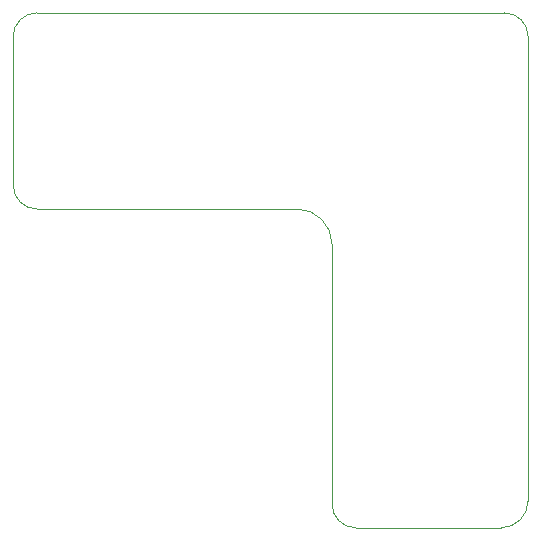
<source format=gbr>
%TF.GenerationSoftware,KiCad,Pcbnew,(6.0.5-0)*%
%TF.CreationDate,2022-07-05T23:07:10-07:00*%
%TF.ProjectId,gigablox-nano-rvp,67696761-626c-46f7-982d-6e616e6f2d72,rev?*%
%TF.SameCoordinates,PX5a1f4a0PY3e77360*%
%TF.FileFunction,Profile,NP*%
%FSLAX46Y46*%
G04 Gerber Fmt 4.6, Leading zero omitted, Abs format (unit mm)*
G04 Created by KiCad (PCBNEW (6.0.5-0)) date 2022-07-05 23:07:10*
%MOMM*%
%LPD*%
G01*
G04 APERTURE LIST*
%TA.AperFunction,Profile*%
%ADD10C,0.050000*%
%TD*%
G04 APERTURE END LIST*
D10*
X0Y29000000D02*
X0Y41600000D01*
X0Y29000000D02*
G75*
G03*
X2000000Y27000000I2000000J0D01*
G01*
X24000000Y27000000D02*
X2000000Y27000000D01*
X2000000Y43600000D02*
G75*
G03*
X0Y41600000I0J-2000000D01*
G01*
X41600000Y43600000D02*
X2000000Y43600000D01*
X43600000Y41600000D02*
G75*
G03*
X41600000Y43600000I-2000000J0D01*
G01*
X27000000Y24000000D02*
G75*
G03*
X24000000Y27000000I-3000000J0D01*
G01*
X27000000Y2000000D02*
G75*
G03*
X29000000Y0I2000000J0D01*
G01*
X29000000Y0D02*
X41300000Y0D01*
X27000000Y2000000D02*
X27000000Y24000000D01*
X43600000Y41600000D02*
X43600000Y2300000D01*
X41300000Y0D02*
G75*
G03*
X43600000Y2300000I0J2300000D01*
G01*
M02*

</source>
